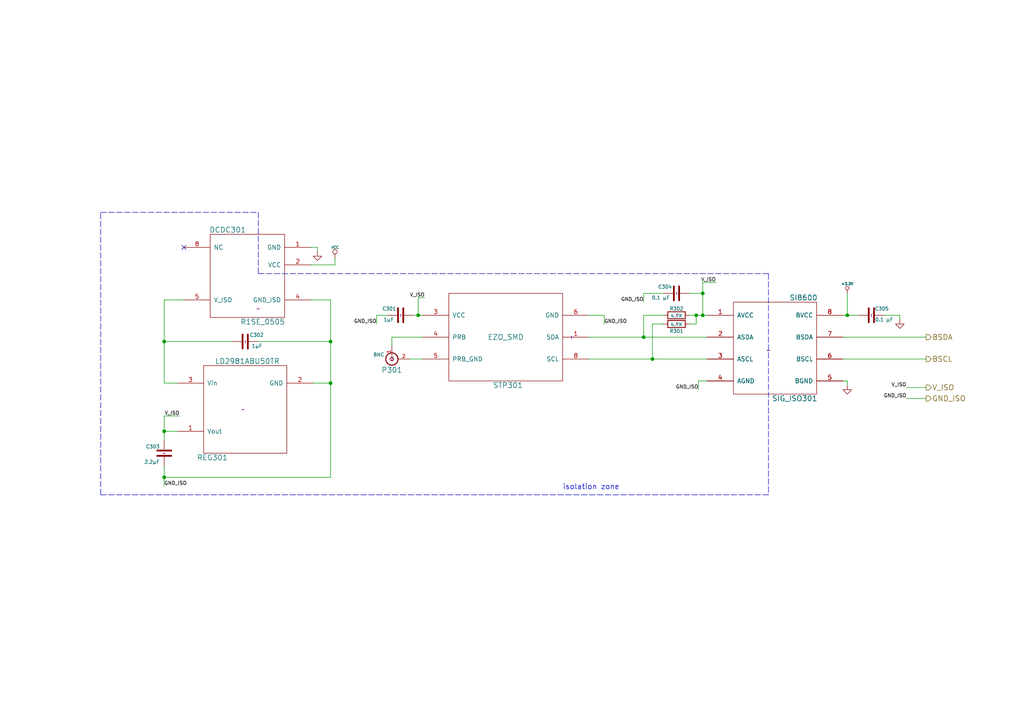
<source format=kicad_sch>
(kicad_sch (version 20211123) (generator eeschema)
  (paper "A4")
  (title_block (title "Tentacle for Raspberry Pi") (date "2016-11-04") (rev "00.04") (company "Whitebox Labs") (comment 1 "Dual isolation, I2C Bus Design") (comment 2 "Pedro Martin"))
  (lib_symbols
    (symbol "tentacle-raspi:+3,3V" (power) (pin_names (offset 0))
      (property "Value" "+3,3V" (at 0 2.794 0))
      (symbol "+3,3V_0_0"
        (pin power_in line (at 0 0 90) (length 0) hide (name "+3.3V") (number "1"))
      )
      (symbol "+3,3V_0_1"
        (polyline (pts (xy 0 0) (xy 0 1.016) (xy 0 1.016)))
        (circle (center 0 1.524) (radius 0.508))
      )
    )
    (symbol "tentacle-raspi:BNC" (pin_names (offset 1.016) hide)
      (property "Reference" "P" (at 0.254 3.048 0))
      (property "Value" "BNC" (at 2.794 -1.524 90))
      (symbol "BNC_0_1"
        (circle (center 0 0) (radius 0.508) (stroke (width 0.2032)))
        (circle (center 0 0) (radius 1.778) (stroke (width 0.3048)))
      )
      (symbol "BNC_1_1"
        (pin passive line (at -3.81 0 0) (length 3.302) (name "In") (number "1"))
        (pin passive line (at 0 -5.08 90) (length 3.302) (name "Ext") (number "2"))
      )
    )
    (symbol "tentacle-raspi:C" (pin_numbers hide) (pin_names (offset 0.254))
      (property "Reference" "C" (at 0.635 2.54 0))
      (property "Value" "C" (at 0.635 -2.54 0))
      (symbol "C_0_1"
        (polyline (pts (xy -2.032 -0.762) (xy 2.032 -0.762)) (stroke (width 0.508)))
        (polyline (pts (xy -2.032 0.762) (xy 2.032 0.762)) (stroke (width 0.508)))
      )
      (symbol "C_1_1"
        (pin passive line (at 0 3.81 270) (length 2.794) (name "~") (number "1"))
        (pin passive line (at 0 -3.81 90) (length 2.794) (name "~") (number "2"))
      )
    )
    (symbol "tentacle-raspi:EZO_SMD" (pin_names (offset 1.016))
      (property "Reference" "STP" (at 11.43 -11.43 0))
      (property "Value" "EZO_SMD" (at 0 6.35 0))
      (property "Footprint" "temp_terminal:WL-ezo-smd" (at 0 25.4 0))
      (symbol "EZO_SMD_0_1"
        (rectangle (start -12.7 22.86) (end 12.7 -10.16))
      )
      (symbol "EZO_SMD_1_1"
        (pin input line (at 0 30.48 270) (length 7.62) (name "SDA") (number "1"))
        (pin input line (at -6.35 -17.78 90) (length 7.62) (name "VCC") (number "3"))
        (pin input line (at 0 -17.78 90) (length 7.62) (name "PRB") (number "4"))
        (pin input line (at 6.35 -17.78 90) (length 7.62) (name "PRB_GND") (number "5"))
        (pin input line (at -6.35 30.48 270) (length 7.62) (name "GND") (number "6"))
        (pin input line (at 6.35 30.48 270) (length 7.62) (name "SCL") (number "8"))
      )
    )
    (symbol "tentacle-raspi:GND" (power) (pin_names (offset 0))
      (property "Value" "GND" (at 0 -3.175 0))
      (symbol "GND_0_1"
        (polyline (pts (xy 0 0) (xy 0 -1.27) (xy 1.27 -1.27) (xy 0 -2.54) (xy -1.27 -1.27) (xy 0 -1.27)))
      )
      (symbol "GND_1_1"
        (pin power_in line (at 0 0 270) (length 0) hide (name "GND") (number "1"))
      )
    )
    (symbol "tentacle-raspi:LD2981ABU50TR" (pin_names (offset 1.016))
      (property "Reference" "REG" (at 8.89 -13.97 0))
      (property "Value" "LD2981ABU50TR" (at -1.27 13.97 0))
      (symbol "LD2981ABU50TR_0_1"
        (rectangle (start 11.43 12.7) (end -12.7 -12.7))
      )
      (symbol "LD2981ABU50TR_1_1"
        (pin power_out line (at 19.05 -6.35 180) (length 7.62) (name "Vout") (number "1"))
        (pin input line (at -20.32 7.62 0) (length 7.62) (name "GND") (number "2"))
        (pin input line (at 19.05 7.62 180) (length 7.62) (name "Vin") (number "3"))
      )
    )
    (symbol "tentacle-raspi:R" (pin_numbers hide) (pin_names (offset 0))
      (property "Reference" "R" (at 2.032 0 90))
      (property "Value" "R" (at 0 0 90))
      (symbol "R_0_1"
        (rectangle (start -1.016 -2.54) (end 1.016 2.54) (stroke (width 0.254)))
      )
      (symbol "R_1_1"
        (pin passive line (at 0 3.81 270) (length 1.27) (name "~") (number "1"))
        (pin passive line (at 0 -3.81 90) (length 1.27) (name "~") (number "2"))
      )
    )
    (symbol "tentacle-raspi:R1SE_0505" (pin_names (offset 1.016))
      (property "Reference" "DCDC" (at 7.62 -12.7 0))
      (property "Value" "R1SE_0505" (at 0 2.54 90))
      (symbol "R1SE_0505_0_1"
        (rectangle (start -11.43 12.7) (end 10.16 -11.43))
      )
      (symbol "R1SE_0505_1_1"
        (pin input line (at -19.05 8.89 0) (length 7.62) (name "GND") (number "1"))
        (pin input line (at -19.05 3.81 0) (length 7.62) (name "VCC") (number "2"))
        (pin power_out line (at -19.05 -6.35 0) (length 7.62) (name "GND_ISO") (number "4"))
        (pin input line (at 17.78 -6.35 180) (length 7.62) (name "V_ISO") (number "5"))
        (pin input line (at 17.78 8.89 180) (length 7.62) (name "NC") (number "8"))
      )
    )
    (symbol "tentacle-raspi:SI8600" (pin_names (offset 1.016))
      (property "Reference" "SIG_ISO" (at 10.16 -15.24 0))
      (property "Value" "SI8600" (at 1.27 1.27 90))
      (symbol "SI8600_0_1"
        (rectangle (start -10.16 13.97) (end 13.97 -12.7))
      )
      (symbol "SI8600_1_1"
        (pin input line (at -17.78 10.16 0) (length 7.62) (name "AVCC") (number "1"))
        (pin input line (at -17.78 3.81 0) (length 7.62) (name "ASDA") (number "2"))
        (pin input line (at -17.78 -2.54 0) (length 7.62) (name "ASCL") (number "3"))
        (pin input line (at -17.78 -8.89 0) (length 7.62) (name "AGND") (number "4"))
        (pin input line (at 21.59 -8.89 180) (length 7.62) (name "BGND") (number "5"))
        (pin input line (at 21.59 -2.54 180) (length 7.62) (name "BSCL") (number "6"))
        (pin input line (at 21.59 3.81 180) (length 7.62) (name "BSDA") (number "7"))
        (pin input line (at 21.59 10.16 180) (length 7.62) (name "BVCC") (number "8"))
      )
    )
    (symbol "tentacle-raspi:VCC" (power) (pin_names (offset 0))
      (property "Value" "VCC" (at 0 3.81 0))
      (symbol "VCC_0_1"
        (polyline (pts (xy 0 0) (xy 0 1.27)))
        (circle (center 0 1.905) (radius 0.635))
      )
      (symbol "VCC_1_1"
        (pin power_in line (at 0 0 90) (length 0) hide (name "VCC") (number "1"))
      )
    )
  )
  (junction (at 201.93 91.44))
  (junction (at 245.745 91.44))
  (junction (at 47.625 99.06))
  (junction (at 203.835 85.09))
  (junction (at 95.885 111.125))
  (junction (at 47.625 125.095))
  (junction (at 121.285 91.44))
  (junction (at 47.625 138.43))
  (junction (at 203.835 91.44))
  (junction (at 186.69 97.79))
  (junction (at 95.885 99.06))
  (junction (at 189.23 104.14))
  (no_connect (at 53.34 71.755))
  (wire (pts (xy 200.025 91.44) (xy 201.93 91.44)))
  (wire (pts (xy 109.22 91.44) (xy 112.395 91.44)))
  (wire (pts (xy 47.625 135.255) (xy 47.625 138.43)))
  (wire (pts (xy 268.605 112.395) (xy 262.89 112.395)))
  (wire (pts (xy 201.93 93.98) (xy 201.93 91.44)))
  (wire (pts (xy 244.475 104.14) (xy 268.605 104.14)))
  (wire (pts (xy 121.285 91.44) (xy 122.555 91.44)))
  (wire (pts (xy 260.985 91.44) (xy 256.54 91.44)))
  (wire (pts (xy 186.69 97.79) (xy 205.105 97.79)))
  (wire (pts (xy 47.625 86.995) (xy 53.34 86.995)))
  (wire (pts (xy 120.015 91.44) (xy 121.285 91.44)))
  (wire (pts (xy 203.835 81.915) (xy 207.645 81.915)))
  (wire (pts (xy 244.475 97.79) (xy 268.605 97.79)))
  (wire (pts (xy 189.23 93.98) (xy 189.23 104.14)))
  (wire (pts (xy 186.69 91.44) (xy 186.69 97.79)))
  (wire (pts (xy 245.745 110.49) (xy 245.745 111.76)))
  (wire (pts (xy 47.625 125.095) (xy 47.625 127.635)))
  (wire (pts (xy 205.105 110.49) (xy 202.565 110.49)))
  (wire (pts (xy 245.745 91.44) (xy 248.92 91.44)))
  (wire (pts (xy 90.17 76.835) (xy 97.155 76.835)))
  (wire (pts (xy 47.625 120.65) (xy 47.625 125.095)))
  (wire (pts (xy 95.885 138.43) (xy 47.625 138.43)))
  (polyline (pts (xy 29.21 61.595) (xy 74.93 61.595)))
  (wire (pts (xy 170.815 91.44) (xy 175.26 91.44)))
  (wire (pts (xy 95.885 99.06) (xy 95.885 111.125)))
  (wire (pts (xy 113.665 97.79) (xy 122.555 97.79)))
  (wire (pts (xy 47.625 86.995) (xy 47.625 99.06)))
  (wire (pts (xy 203.835 91.44) (xy 203.835 85.09)))
  (wire (pts (xy 260.985 92.71) (xy 260.985 91.44)))
  (wire (pts (xy 192.405 85.09) (xy 186.69 85.09)))
  (polyline (pts (xy 222.885 143.51) (xy 29.21 143.51)))
  (wire (pts (xy 95.885 86.995) (xy 90.17 86.995)))
  (wire (pts (xy 244.475 91.44) (xy 245.745 91.44)))
  (wire (pts (xy 92.075 71.755) (xy 90.17 71.755)))
  (polyline (pts (xy 29.21 143.51) (xy 29.21 61.595)))
  (wire (pts (xy 203.835 85.09) (xy 200.025 85.09)))
  (wire (pts (xy 95.885 86.995) (xy 95.885 99.06)))
  (polyline (pts (xy 74.93 61.595) (xy 74.93 79.375)))
  (wire (pts (xy 245.745 85.09) (xy 245.745 91.44)))
  (wire (pts (xy 47.625 125.095) (xy 51.435 125.095)))
  (wire (pts (xy 186.69 85.09) (xy 186.69 87.63)))
  (wire (pts (xy 67.31 99.06) (xy 47.625 99.06)))
  (wire (pts (xy 47.625 99.06) (xy 47.625 111.125)))
  (wire (pts (xy 47.625 111.125) (xy 51.435 111.125)))
  (wire (pts (xy 122.555 104.14) (xy 118.745 104.14)))
  (wire (pts (xy 189.23 104.14) (xy 205.105 104.14)))
  (wire (pts (xy 268.605 115.57) (xy 262.89 115.57)))
  (wire (pts (xy 121.285 86.36) (xy 123.19 86.36)))
  (wire (pts (xy 200.025 93.98) (xy 201.93 93.98)))
  (wire (pts (xy 202.565 110.49) (xy 202.565 113.03)))
  (wire (pts (xy 95.885 111.125) (xy 90.805 111.125)))
  (wire (pts (xy 47.625 138.43) (xy 47.625 140.97)))
  (polyline (pts (xy 222.885 79.375) (xy 222.885 143.51)))
  (wire (pts (xy 109.22 91.44) (xy 109.22 93.98)))
  (polyline (pts (xy 74.93 79.375) (xy 222.885 79.375)))
  (wire (pts (xy 170.815 104.14) (xy 189.23 104.14)))
  (wire (pts (xy 92.075 73.025) (xy 92.075 71.755)))
  (wire (pts (xy 192.405 93.98) (xy 189.23 93.98)))
  (wire (pts (xy 203.835 91.44) (xy 205.105 91.44)))
  (wire (pts (xy 113.665 100.33) (xy 113.665 97.79)))
  (wire (pts (xy 244.475 110.49) (xy 245.745 110.49)))
  (wire (pts (xy 74.93 99.06) (xy 95.885 99.06)))
  (wire (pts (xy 170.815 97.79) (xy 186.69 97.79)))
  (wire (pts (xy 121.285 86.36) (xy 121.285 91.44)))
  (wire (pts (xy 201.93 91.44) (xy 203.835 91.44)))
  (wire (pts (xy 175.26 91.44) (xy 175.26 93.98)))
  (wire (pts (xy 97.155 76.835) (xy 97.155 74.93)))
  (wire (pts (xy 95.885 111.125) (xy 95.885 138.43)))
  (wire (pts (xy 203.835 85.09) (xy 203.835 81.915)))
  (wire (pts (xy 192.405 91.44) (xy 186.69 91.44)))
  (wire (pts (xy 47.625 120.65) (xy 52.07 120.65)))
  (text "isolation zone " (at 163.195 142.24 0) (effects (font (size 1.524 1.524)) (justify left bottom)))
  (label "GND_ISO" (at 109.22 93.98 180) (effects (font (size 1.016 1.016))))
  (label "V_ISO" (at 52.07 120.65 180) (effects (font (size 1.016 1.016))))
  (label "V_ISO" (at 123.19 86.36 180) (effects (font (size 1.016 1.016))))
  (label "GND_ISO" (at 202.565 113.03 180) (effects (font (size 1.016 1.016))))
  (label "GND_ISO" (at 186.69 87.63 180) (effects (font (size 1.016 1.016))))
  (label "GND_ISO" (at 175.26 93.98 0) (effects (font (size 1.016 1.016))))
  (label "V_ISO" (at 262.89 112.395 180) (effects (font (size 1.016 1.016))))
  (label "V_ISO" (at 207.645 81.915 180) (effects (font (size 1.016 1.016))))
  (label "GND_ISO" (at 262.89 115.57 180) (effects (font (size 1.016 1.016))))
  (label "GND_ISO" (at 47.625 140.97 0) (effects (font (size 1.016 1.016))))
  (hierarchical_label "BSCL" (shape output) (at 268.605 104.14 0) (effects (font (size 1.524 1.524))))
  (hierarchical_label "BSDA" (shape output) (at 268.605 97.79 0) (effects (font (size 1.524 1.524))))
  (hierarchical_label "V_ISO" (shape output) (at 268.605 112.395 0) (effects (font (size 1.524 1.524))))
  (hierarchical_label "GND_ISO" (shape output) (at 268.605 115.57 0) (effects (font (size 1.524 1.524))))
  (symbol (lib_id "tentacle-raspi:SI8600") (at 222.885 101.6 0)
    (property "Reference" "SIG_ISO301" (at 230.505 115.57 0) (effects (font (size 1.524 1.524))))
    (property "Value" "SI8600" (at 233.045 86.36 0) (effects (font (size 1.524 1.524))))
    (property "Footprint" "temp_terminal:WL-SOIC8N" (effects hide))
    (property "Datasheet" "~" (at 222.885 101.6 0) (effects (font (size 1.524 1.524))))
  )
  (symbol (lib_id "tentacle-raspi:EZO_SMD") (at 140.335 97.79 270)
    (property "Reference" "STP301" (at 147.32 111.76 90) (effects (font (size 1.524 1.524))))
    (property "Value" "EZO_SMD" (at 146.685 97.79 90) (effects (font (size 1.524 1.524))))
    (property "Footprint" "temp_terminal:WL-ezo-smd" (effects hide))
    (property "Datasheet" "~" (at 165.735 97.79 0) (effects (font (size 1.524 1.524))))
  )
  (symbol (lib_id "tentacle-raspi:GND") (at 245.745 111.76 0)
    (property "Reference" "#PWR019" (effects hide))
    (property "Value" "GND" (effects hide))
  )
  (symbol (lib_id "tentacle-raspi:VCC") (at 97.155 74.93 0)
    (property "Reference" "#PWR020" (effects hide))
    (property "Value" "VCC" (at 97.155 71.755 0) (effects (font (size 0.762 0.762))))
  )
  (symbol (lib_id "tentacle-raspi:GND") (at 92.075 73.025 0)
    (property "Reference" "#PWR021" (effects hide))
    (property "Value" "GND" (effects hide))
  )
  (symbol (lib_id "tentacle-raspi:BNC") (at 113.665 104.14 90) (mirror x)
    (property "Reference" "P301" (at 113.665 107.315 90) (effects (font (size 1.524 1.524))))
    (property "Value" "BNC" (at 109.855 102.87 90) (effects (font (size 1.016 1.016))))
    (property "Footprint" "temp_terminal:WL-EB08040502_snk" (effects hide))
    (property "Datasheet" "~" (at 113.665 104.14 0) (effects (font (size 1.524 1.524))))
  )
  (symbol (lib_id "tentacle-raspi:C") (at 252.73 91.44 90)
    (property "Reference" "C305" (at 257.81 89.535 90) (effects (font (size 1.016 1.016)) (justify left)))
    (property "Value" "0.1 µF" (at 259.08 92.71 90) (effects (font (size 1.016 1.016)) (justify left)))
    (property "Footprint" "temp_terminal:WL-SM0805C" (effects hide))
    (property "Datasheet" "~" (at 252.73 91.44 0) (effects (font (size 1.524 1.524))))
  )
  (symbol (lib_id "tentacle-raspi:GND") (at 260.985 92.71 0)
    (property "Reference" "#PWR022" (effects hide))
    (property "Value" "GND" (effects hide))
  )
  (symbol (lib_id "tentacle-raspi:R1SE_0505") (at 71.12 80.645 0) (mirror y)
    (property "Reference" "DCDC301" (at 66.04 66.675 0) (effects (font (size 1.524 1.524))))
    (property "Value" "R1SE_0505" (at 76.2 93.345 0) (effects (font (size 1.524 1.524))))
    (property "Footprint" "temp_terminal:WL-R1SE-0505" (effects hide))
    (property "Datasheet" "~" (at 74.93 89.535 0) (effects (font (size 1.524 1.524))))
  )
  (symbol (lib_id "tentacle-raspi:R") (at 196.215 93.98 270)
    (property "Reference" "R301" (at 196.215 96.012 90) (effects (font (size 1.016 1.016))))
    (property "Value" "4.7K" (at 196.2404 94.1578 90) (effects (font (size 1.016 1.016))))
    (property "Footprint" "temp_terminal:WL-SM0805R" (effects hide))
    (property "Datasheet" "~" (at 196.215 93.98 0) (effects (font (size 0.762 0.762))))
  )
  (symbol (lib_id "tentacle-raspi:R") (at 196.215 91.44 270)
    (property "Reference" "R302" (at 196.215 89.535 90) (effects (font (size 1.016 1.016))))
    (property "Value" "4.7K" (at 196.2404 91.6178 90) (effects (font (size 1.016 1.016))))
    (property "Footprint" "temp_terminal:WL-SM0805R" (effects hide))
    (property "Datasheet" "~" (at 196.215 91.44 0) (effects (font (size 0.762 0.762))))
  )
  (symbol (lib_id "tentacle-raspi:C") (at 196.215 85.09 90)
    (property "Reference" "C304" (at 194.945 83.185 90) (effects (font (size 1.016 1.016)) (justify left)))
    (property "Value" "0.1 µF" (at 194.31 86.36 90) (effects (font (size 1.016 1.016)) (justify left)))
    (property "Footprint" "temp_terminal:WL-SM0805C" (effects hide))
    (property "Datasheet" "~" (at 196.215 85.09 0) (effects (font (size 1.524 1.524))))
  )
  (symbol (lib_id "tentacle-raspi:C") (at 71.12 99.06 270)
    (property "Reference" "C302" (at 72.39 97.155 90) (effects (font (size 1.016 1.016)) (justify left)))
    (property "Value" "1µF" (at 73.025 100.33 90) (effects (font (size 1.016 1.016)) (justify left)))
    (property "Footprint" "temp_terminal:WL-SM0805C" (effects hide))
    (property "Datasheet" "~" (at 71.12 99.06 0) (effects (font (size 1.524 1.524))))
  )
  (symbol (lib_id "tentacle-raspi:C") (at 47.625 131.445 180)
    (property "Reference" "C303" (at 46.355 129.54 0) (effects (font (size 1.016 1.016)) (justify left)))
    (property "Value" "2.2µF" (at 46.355 133.985 0) (effects (font (size 1.016 1.016)) (justify left)))
    (property "Footprint" "temp_terminal:WL-SM0805C" (effects hide))
    (property "Datasheet" "~" (at 47.625 131.445 0) (effects (font (size 1.524 1.524))))
  )
  (symbol (lib_id "tentacle-raspi:LD2981ABU50TR") (at 70.485 118.745 0) (mirror y)
    (property "Reference" "REG301" (at 61.595 132.715 0) (effects (font (size 1.524 1.524))))
    (property "Value" "LD2981ABU50TR" (at 71.755 104.775 0) (effects (font (size 1.524 1.524))))
    (property "Footprint" "temp_terminal:WL-SOT89" (effects hide))
    (property "Datasheet" "~" (at 70.485 118.745 0) (effects (font (size 1.524 1.524))))
  )
  (symbol (lib_id "tentacle-raspi:C") (at 116.205 91.44 90)
    (property "Reference" "C301" (at 114.935 89.535 90) (effects (font (size 1.016 1.016)) (justify left)))
    (property "Value" "1µF" (at 114.3 92.71 90) (effects (font (size 1.016 1.016)) (justify left)))
    (property "Footprint" "temp_terminal:WL-SM0805C" (effects hide))
    (property "Datasheet" "~" (at 116.205 91.44 0) (effects (font (size 1.524 1.524))))
  )
  (symbol (lib_id "tentacle-raspi:+3,3V") (at 245.745 85.09 0)
    (property "Reference" "#PWR023" (effects hide))
    (property "Value" "+3,3V" (at 245.745 82.296 0) (effects (font (size 0.762 0.762))))
  )
)
</source>
